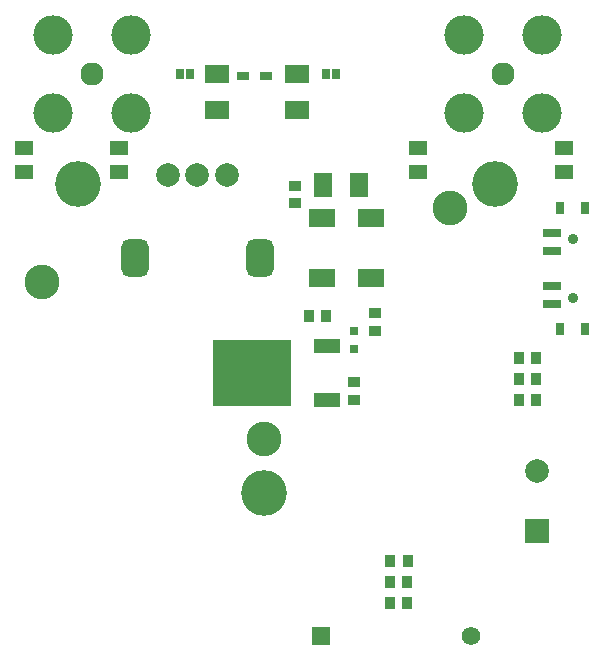
<source format=gts>
G04*
G04 #@! TF.GenerationSoftware,Altium Limited,Altium Designer,24.1.2 (44)*
G04*
G04 Layer_Color=8388736*
%FSLAX25Y25*%
%MOIN*%
G70*
G04*
G04 #@! TF.SameCoordinates,3E25AAAC-FE6F-4FE5-8934-E69CDF353235*
G04*
G04*
G04 #@! TF.FilePolarity,Negative*
G04*
G01*
G75*
%ADD19R,0.03150X0.03150*%
%ADD20R,0.03150X0.03937*%
%ADD21R,0.05906X0.02756*%
%ADD29R,0.09068X0.04540*%
%ADD30R,0.26391X0.22453*%
%ADD31R,0.08083X0.06115*%
%ADD32R,0.08674X0.06312*%
%ADD33C,0.11600*%
%ADD34R,0.03950X0.02769*%
%ADD35R,0.06200X0.04800*%
%ADD36R,0.04398X0.03800*%
%ADD37R,0.03800X0.04398*%
%ADD38R,0.02650X0.03320*%
%ADD39R,0.06115X0.08083*%
%ADD40R,0.07887X0.07887*%
%ADD41C,0.07887*%
%ADD42C,0.03543*%
%ADD43R,0.06165X0.06165*%
%ADD44C,0.06165*%
G04:AMPARAMS|DCode=45|XSize=126.11mil|YSize=90.68mil|CornerRadius=24.67mil|HoleSize=0mil|Usage=FLASHONLY|Rotation=270.000|XOffset=0mil|YOffset=0mil|HoleType=Round|Shape=RoundedRectangle|*
%AMROUNDEDRECTD45*
21,1,0.12611,0.04134,0,0,270.0*
21,1,0.07677,0.09068,0,0,270.0*
1,1,0.04934,-0.02067,-0.03839*
1,1,0.04934,-0.02067,0.03839*
1,1,0.04934,0.02067,0.03839*
1,1,0.04934,0.02067,-0.03839*
%
%ADD45ROUNDEDRECTD45*%
%ADD46C,0.07709*%
%ADD47C,0.13107*%
%ADD48C,0.15200*%
D19*
X118000Y114653D02*
D03*
Y108747D02*
D03*
D20*
X195134Y155818D02*
D03*
Y115267D02*
D03*
X186866Y155818D02*
D03*
Y115267D02*
D03*
D21*
X184110Y147353D02*
D03*
Y141448D02*
D03*
Y129637D02*
D03*
Y123732D02*
D03*
D29*
X109000Y91747D02*
D03*
Y109700D02*
D03*
D30*
X84197Y100724D02*
D03*
D31*
X72384Y188244D02*
D03*
Y200252D02*
D03*
X99156Y188244D02*
D03*
Y200252D02*
D03*
D32*
X107277Y132400D02*
D03*
Y152400D02*
D03*
X123812D02*
D03*
Y132400D02*
D03*
D33*
X88000Y78700D02*
D03*
X14000Y131000D02*
D03*
X150000Y155700D02*
D03*
D34*
X88920Y199760D02*
D03*
X81046D02*
D03*
D35*
X8000Y175660D02*
D03*
Y167740D02*
D03*
X139600Y167591D02*
D03*
Y175511D02*
D03*
X188000Y175660D02*
D03*
Y167740D02*
D03*
X39749Y167785D02*
D03*
Y175705D02*
D03*
D36*
X125000Y114800D02*
D03*
Y120600D02*
D03*
X98369Y157296D02*
D03*
Y163096D02*
D03*
X118000Y91800D02*
D03*
Y97600D02*
D03*
D37*
X178900Y98700D02*
D03*
X173100D02*
D03*
X178900Y91700D02*
D03*
X173100D02*
D03*
X136000Y38000D02*
D03*
X130200D02*
D03*
X108900Y119700D02*
D03*
X103100D02*
D03*
X135900Y31000D02*
D03*
X130100D02*
D03*
X178900Y105700D02*
D03*
X173100D02*
D03*
X135900Y24000D02*
D03*
X130100D02*
D03*
D38*
X59939Y200200D02*
D03*
X63550D02*
D03*
X108640D02*
D03*
X112250D02*
D03*
D39*
X107719Y163346D02*
D03*
X119727D02*
D03*
D40*
X179000Y48000D02*
D03*
D41*
Y68000D02*
D03*
X75709Y166559D02*
D03*
X65866D02*
D03*
X56024D02*
D03*
D42*
X191000Y145385D02*
D03*
Y125700D02*
D03*
D43*
X107000Y13000D02*
D03*
D44*
X157000D02*
D03*
D45*
X86732Y139000D02*
D03*
X45000D02*
D03*
D46*
X30700Y200200D02*
D03*
X167660D02*
D03*
D47*
X43692Y187208D02*
D03*
X17708D02*
D03*
Y213192D02*
D03*
X43692D02*
D03*
X154668D02*
D03*
X180652D02*
D03*
Y187208D02*
D03*
X154668D02*
D03*
D48*
X165000Y163700D02*
D03*
X88000Y60700D02*
D03*
X26000Y163700D02*
D03*
M02*

</source>
